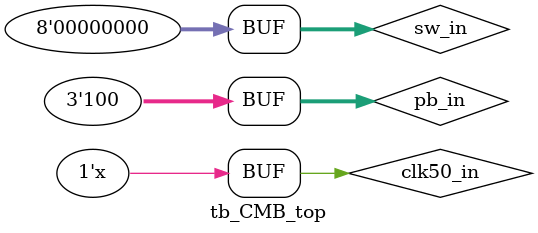
<source format=v>
`timescale 1ns / 1ps


module tb_CMB_top();

reg clk50_in;
reg [2:0] pb_in = 0;
reg [7:0] sw_in = 0;

wire [3:0] digit_out;
wire [7:0] led_out;
wire [7:0] seg_out;
wire [3:0] rf_sw_out;
wire debug_out;
wire [9:0] rot_count_out;
wire rot_clk_out;
wire stp_clk_out;
wire adc_trg_out;

CMB_top 
uut     (.clk50_in(clk50_in), .pb_in(pb_in), .sw_in(sw_in),
         .digit_out(digit_out), .led_out(led_out), .seg_out(seg_out), .rf_sw_out(rf_sw_out),
         .debug_out(debug_out), .rot_count_out(rot_count_out), .rot_clk_out(rot_clk_out),
         .stp_clk_out(stp_clk_out), .adc_trg_out(adc_trg_out));
         
parameter step = 20;

initial clk50_in = 1'b0;
always clk50_in = #(step/2) ~clk50_in;

initial begin
    pb_in[2] = 1;
    #(step*10) pb_in[2] = 0;
    #(step*20) pb_in[2] = 1;
    
    #2000
    pb_in[1] = 0;
    #(step*10) pb_in[1] = 1;
    #(step*30) pb_in[1] = 0;
    
    #8000
    pb_in[0] = 0;
    #(step*10) pb_in[0] = 1;
    #(step*30) pb_in[0] = 0;

end         

endmodule

</source>
